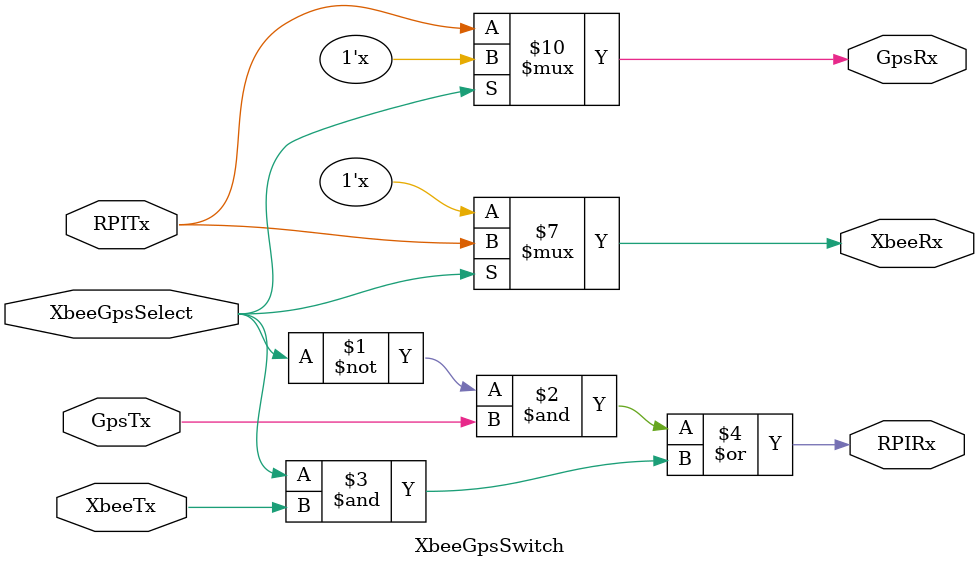
<source format=v>
module XbeeGpsSwitch(
	XbeeGpsSelect,
	RPITx, GpsTx, XbeeTx,
	RPIRx, GpsRx, XbeeRx
);

// Inputs
// XbeeOrGpsSwitch - Signal from Raspberry PI indicating whether it wants to communicate with the Xbee or the GPS hardware  using  UART.
// RPITx - Tx from Raspberry PI for UART.
// GpsTx - Tx from  GPS module for UART.
// XbeeTx - Tx from Xbee module for UART.
	input [0:0] XbeeGpsSelect,RPITx, GpsTx, XbeeTx;
	output [0:0] RPIRx, GpsRx, XbeeRx;
   reg[0:0]  XbeeRx, GpsRx;
	
// Implement a 2-1 MUX
	assign RPIRx = (~XbeeGpsSelect & GpsTx) | (XbeeGpsSelect & XbeeTx);
	always @(XbeeGpsSelect)
	begin
		if(XbeeGpsSelect)
		begin
			XbeeRx = RPITx;
		end
		else
		begin
			GpsRx = RPITx;
		end
	end
endmodule
</source>
